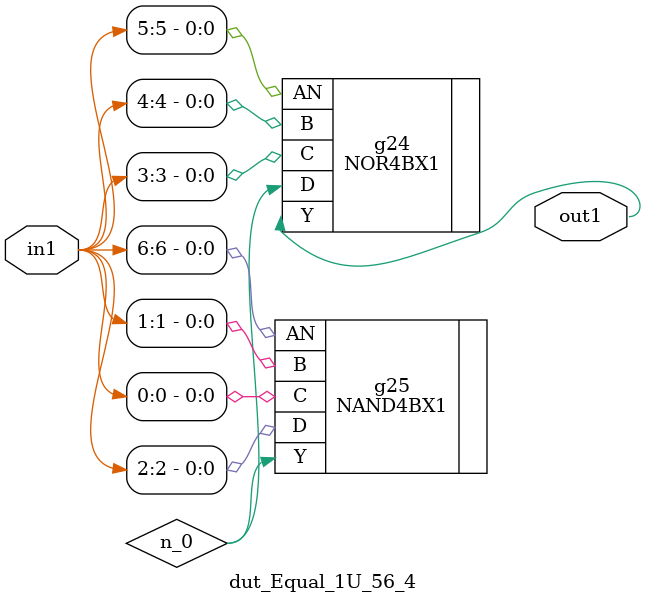
<source format=v>
`timescale 1ps / 1ps


module dut_Equal_1U_56_4(in1, out1);
  input [6:0] in1;
  output out1;
  wire [6:0] in1;
  wire out1;
  wire n_0;
  NOR4BX1 g24(.AN (in1[5]), .B (in1[4]), .C (in1[3]), .D (n_0), .Y
       (out1));
  NAND4BX1 g25(.AN (in1[6]), .B (in1[1]), .C (in1[0]), .D (in1[2]), .Y
       (n_0));
endmodule



</source>
